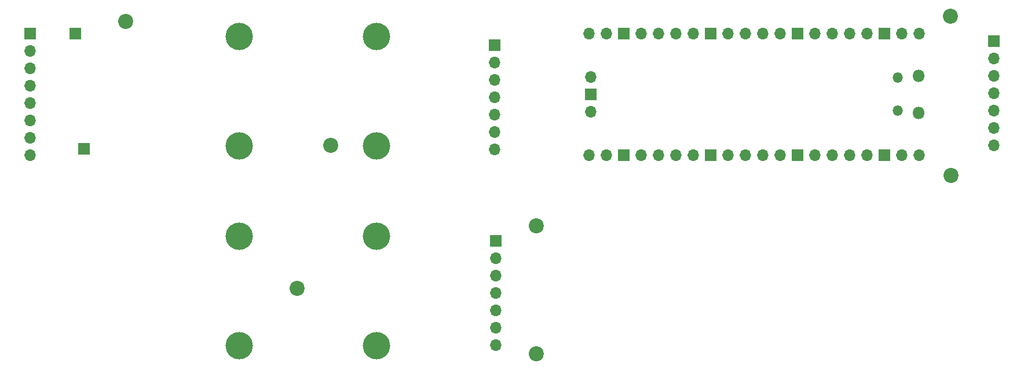
<source format=gbr>
%TF.GenerationSoftware,KiCad,Pcbnew,7.0.10*%
%TF.CreationDate,2024-02-02T23:00:29-06:00*%
%TF.ProjectId,Glass,476c6173-732e-46b6-9963-61645f706362,rev?*%
%TF.SameCoordinates,Original*%
%TF.FileFunction,Soldermask,Bot*%
%TF.FilePolarity,Negative*%
%FSLAX46Y46*%
G04 Gerber Fmt 4.6, Leading zero omitted, Abs format (unit mm)*
G04 Created by KiCad (PCBNEW 7.0.10) date 2024-02-02 23:00:29*
%MOMM*%
%LPD*%
G01*
G04 APERTURE LIST*
%ADD10C,2.200000*%
%ADD11C,4.000000*%
%ADD12R,1.700000X1.700000*%
%ADD13O,1.700000X1.700000*%
%ADD14O,1.800000X1.800000*%
%ADD15O,1.500000X1.500000*%
G04 APERTURE END LIST*
D10*
%TO.C,REF\u002A\u002A*%
X124050000Y-83570000D03*
%TD*%
%TO.C,REF\u002A\u002A*%
X158950000Y-93120000D03*
%TD*%
%TO.C,REF\u002A\u002A*%
X158950000Y-74420000D03*
%TD*%
D11*
%TO.C,REF\u002A\u002A*%
X135630000Y-62740000D03*
X135630000Y-46740000D03*
X115570000Y-62740000D03*
X115570000Y-46740000D03*
%TD*%
D12*
%TO.C,U2*%
X225830000Y-47460000D03*
D13*
X225830000Y-50000000D03*
X225830000Y-52540000D03*
X225830000Y-55080000D03*
X225830000Y-57620000D03*
X225830000Y-60160000D03*
X225830000Y-62700000D03*
%TD*%
D12*
%TO.C,U2*%
X153030000Y-76655000D03*
D13*
X153030000Y-79195000D03*
X153030000Y-81735000D03*
X153030000Y-84275000D03*
X153030000Y-86815000D03*
X153030000Y-89355000D03*
X153030000Y-91895000D03*
%TD*%
D12*
%TO.C,GND*%
X92830000Y-63170000D03*
%TD*%
D10*
%TO.C,REF\u002A\u002A*%
X219570000Y-67100000D03*
%TD*%
%TO.C,REF\u002A\u002A*%
X128900000Y-62650000D03*
%TD*%
%TO.C,REF\u002A\u002A*%
X98950000Y-44530000D03*
%TD*%
D11*
%TO.C,REF\u002A\u002A*%
X135620000Y-91980000D03*
X135620000Y-75980000D03*
X115560000Y-91980000D03*
X115560000Y-75980000D03*
%TD*%
D14*
%TO.C,U1*%
X214820000Y-52465000D03*
D15*
X211790000Y-52765000D03*
X211790000Y-57615000D03*
D14*
X214820000Y-57915000D03*
D13*
X214950000Y-46300000D03*
X212410000Y-46300000D03*
D12*
X209870000Y-46300000D03*
D13*
X207330000Y-46300000D03*
X204790000Y-46300000D03*
X202250000Y-46300000D03*
X199710000Y-46300000D03*
D12*
X197170000Y-46300000D03*
D13*
X194630000Y-46300000D03*
X192090000Y-46300000D03*
X189550000Y-46300000D03*
X187010000Y-46300000D03*
D12*
X184470000Y-46300000D03*
D13*
X181930000Y-46300000D03*
X179390000Y-46300000D03*
X176850000Y-46300000D03*
X174310000Y-46300000D03*
D12*
X171770000Y-46300000D03*
D13*
X169230000Y-46300000D03*
X166690000Y-46300000D03*
X166690000Y-64080000D03*
X169230000Y-64080000D03*
D12*
X171770000Y-64080000D03*
D13*
X174310000Y-64080000D03*
X176850000Y-64080000D03*
X179390000Y-64080000D03*
X181930000Y-64080000D03*
D12*
X184470000Y-64080000D03*
D13*
X187010000Y-64080000D03*
X189550000Y-64080000D03*
X192090000Y-64080000D03*
X194630000Y-64080000D03*
D12*
X197170000Y-64080000D03*
D13*
X199710000Y-64080000D03*
X202250000Y-64080000D03*
X204790000Y-64080000D03*
X207330000Y-64080000D03*
D12*
X209870000Y-64080000D03*
D13*
X212410000Y-64080000D03*
X214950000Y-64080000D03*
X166920000Y-52650000D03*
D12*
X166920000Y-55190000D03*
D13*
X166920000Y-57730000D03*
%TD*%
D10*
%TO.C,REF\u002A\u002A*%
X219530000Y-43770000D03*
%TD*%
D12*
%TO.C,U4*%
X84990000Y-46280000D03*
D13*
X84990000Y-48820000D03*
X84990000Y-51360000D03*
X84990000Y-53900000D03*
X84990000Y-56440000D03*
X84990000Y-58980000D03*
X84990000Y-61520000D03*
X84990000Y-64060000D03*
%TD*%
D12*
%TO.C,3.3V*%
X91600000Y-46330000D03*
%TD*%
%TO.C,U3*%
X152900000Y-47980000D03*
D13*
X152900000Y-50520000D03*
X152900000Y-53060000D03*
X152900000Y-55600000D03*
X152900000Y-58140000D03*
X152900000Y-60680000D03*
X152900000Y-63220000D03*
%TD*%
M02*

</source>
